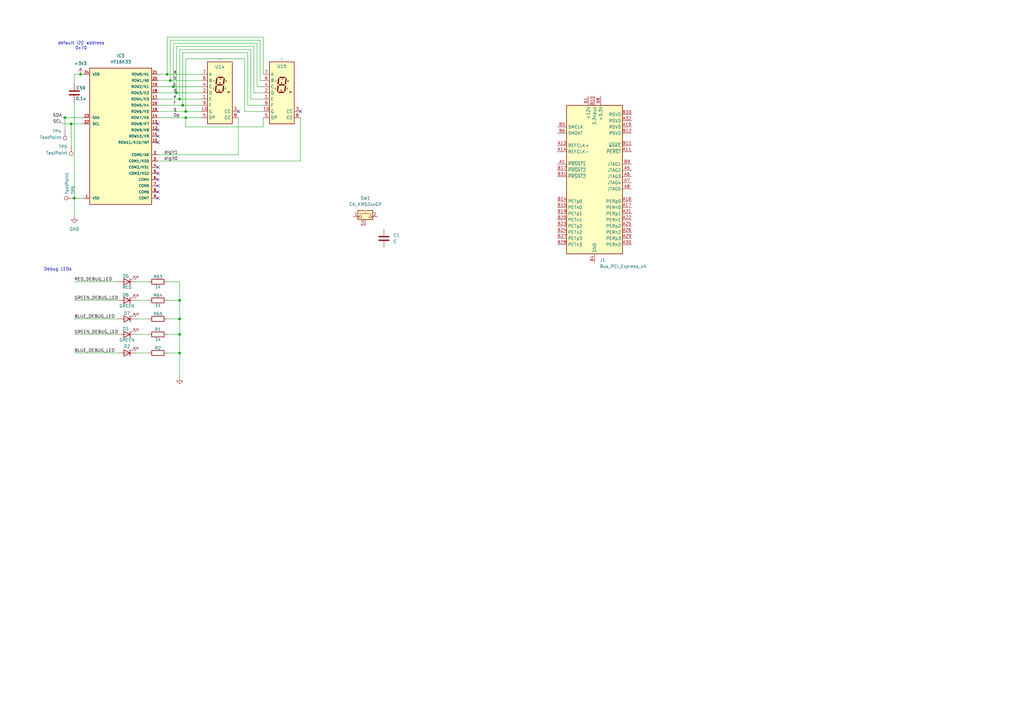
<source format=kicad_sch>
(kicad_sch (version 20250114) (generator "eeschema") (generator_version "9.0")
  (paper "A3")
  (lib_symbols
    (symbol "+3V3_1" (power) (pin_numbers (hide yes)) (pin_names (offset 0) (hide yes))
      (property "Value" "+3V3" (at 0 3.556 0))
      (symbol "+3V3_1_0_1"
        (polyline (pts (xy -0.762 1.27) (xy 0 2.54)))
        (polyline (pts (xy 0 2.54) (xy 0.762 1.27)))
        (polyline (pts (xy 0 0) (xy 0 2.54)))
      )
      (symbol "+3V3_1_1_1"
        (pin power_in line (at 0 0 90) (length 0) (name "~") (number "1"))
      )
    )
    (symbol "Connector:Bus_PCI_Express_x4"
      (property "Reference" "J" (at -8.89 33.02 0))
      (property "Value" "Bus_PCI_Express_x4" (at 12.7 33.02 0))
      (symbol "Bus_PCI_Express_x4_0_1"
        (rectangle (start -11.43 31.75) (end 11.43 -29.21) (stroke (width 0.254)) (fill (type background)))
      )
      (symbol "Bus_PCI_Express_x4_1_1"
        (pin input line (at -15.24 22.86 0) (length 3.81) (name "SMCLK") (number "B5"))
        (pin bidirectional line (at -15.24 20.32 0) (length 3.81) (name "SMDAT") (number "B6"))
        (pin input line (at -15.24 15.24 0) (length 3.81) (name "REFCLK+") (number "A13"))
        (pin input line (at -15.24 12.7 0) (length 3.81) (name "REFCLK-") (number "A14"))
        (pin passive line (at -15.24 7.62 0) (length 3.81) (name "~{PRSNT1}") (number "A1"))
        (pin passive line (at -15.24 5.08 0) (length 3.81) (name "~{PRSNT2}") (number "B17"))
        (pin passive line (at -15.24 2.54 0) (length 3.81) (name "~{PRSNT2}") (number "B31"))
        (pin input line (at -15.24 -7.62 0) (length 3.81) (name "PETp0") (number "B14"))
        (pin input line (at -15.24 -10.16 0) (length 3.81) (name "PETn0") (number "B15"))
        (pin input line (at -15.24 -12.7 0) (length 3.81) (name "PETp1") (number "B19"))
        (pin input line (at -15.24 -15.24 0) (length 3.81) (name "PETn1") (number "B20"))
        (pin input line (at -15.24 -17.78 0) (length 3.81) (name "PETp2") (number "B23"))
        (pin input line (at -15.24 -20.32 0) (length 3.81) (name "PETn2") (number "B24"))
        (pin input line (at -15.24 -22.86 0) (length 3.81) (name "PETp3") (number "B27"))
        (pin input line (at -15.24 -25.4 0) (length 3.81) (name "PETn3") (number "B28"))
        (pin passive line (at -2.54 35.56 270) (length 3.81) (hide yes) (name "+12V") (number "A2"))
        (pin passive line (at -2.54 35.56 270) (length 3.81) (hide yes) (name "+12V") (number "A3"))
        (pin power_in line (at -2.54 35.56 270) (length 3.81) (name "+12V") (number "B1"))
        (pin passive line (at -2.54 35.56 270) (length 3.81) (hide yes) (name "+12V") (number "B2"))
        (pin passive line (at -2.54 35.56 270) (length 3.81) (hide yes) (name "+12V") (number "B3"))
        (pin power_in line (at 0 35.56 270) (length 3.81) (name "3.3Vaux") (number "B10"))
        (pin passive line (at 0 -33.02 90) (length 3.81) (hide yes) (name "GND") (number "A12"))
        (pin passive line (at 0 -33.02 90) (length 3.81) (hide yes) (name "GND") (number "A15"))
        (pin passive line (at 0 -33.02 90) (length 3.81) (hide yes) (name "GND") (number "A18"))
        (pin passive line (at 0 -33.02 90) (length 3.81) (hide yes) (name "GND") (number "A20"))
        (pin passive line (at 0 -33.02 90) (length 3.81) (hide yes) (name "GND") (number "A23"))
        (pin passive line (at 0 -33.02 90) (length 3.81) (hide yes) (name "GND") (number "A24"))
        (pin passive line (at 0 -33.02 90) (length 3.81) (hide yes) (name "GND") (number "A27"))
        (pin passive line (at 0 -33.02 90) (length 3.81) (hide yes) (name "GND") (number "A28"))
        (pin passive line (at 0 -33.02 90) (length 3.81) (hide yes) (name "GND") (number "A31"))
        (pin passive line (at 0 -33.02 90) (length 3.81) (hide yes) (name "GND") (number "A4"))
        (pin passive line (at 0 -33.02 90) (length 3.81) (hide yes) (name "GND") (number "B13"))
        (pin passive line (at 0 -33.02 90) (length 3.81) (hide yes) (name "GND") (number "B16"))
        (pin passive line (at 0 -33.02 90) (length 3.81) (hide yes) (name "GND") (number "B18"))
        (pin passive line (at 0 -33.02 90) (length 3.81) (hide yes) (name "GND") (number "B21"))
        (pin passive line (at 0 -33.02 90) (length 3.81) (hide yes) (name "GND") (number "B22"))
        (pin passive line (at 0 -33.02 90) (length 3.81) (hide yes) (name "GND") (number "B25"))
        (pin passive line (at 0 -33.02 90) (length 3.81) (hide yes) (name "GND") (number "B26"))
        (pin passive line (at 0 -33.02 90) (length 3.81) (hide yes) (name "GND") (number "B29"))
        (pin passive line (at 0 -33.02 90) (length 3.81) (hide yes) (name "GND") (number "B32"))
        (pin power_in line (at 0 -33.02 90) (length 3.81) (name "GND") (number "B4"))
        (pin passive line (at 0 -33.02 90) (length 3.81) (hide yes) (name "GND") (number "B7"))
        (pin passive line (at 2.54 35.56 270) (length 3.81) (hide yes) (name "+3.3V") (number "A10"))
        (pin passive line (at 2.54 35.56 270) (length 3.81) (hide yes) (name "+3.3V") (number "A9"))
        (pin power_in line (at 2.54 35.56 270) (length 3.81) (name "+3.3V") (number "B8"))
        (pin passive line (at 15.24 27.94 180) (length 3.81) (name "RSVD") (number "B30"))
        (pin passive line (at 15.24 25.4 180) (length 3.81) (name "RSVD") (number "A32"))
        (pin passive line (at 15.24 22.86 180) (length 3.81) (name "RSVD") (number "A19"))
        (pin passive line (at 15.24 20.32 180) (length 3.81) (name "RSVD") (number "B12"))
        (pin open_collector line (at 15.24 15.24 180) (length 3.81) (name "~{WAKE}") (number "B11"))
        (pin input line (at 15.24 12.7 180) (length 3.81) (name "~{PERST}") (number "A11"))
        (pin input line (at 15.24 7.62 180) (length 3.81) (name "JTAG1") (number "B9"))
        (pin input line (at 15.24 5.08 180) (length 3.81) (name "JTAG2") (number "A5"))
        (pin input line (at 15.24 2.54 180) (length 3.81) (name "JTAG3") (number "A6"))
        (pin output line (at 15.24 0 180) (length 3.81) (name "JTAG4") (number "A7"))
        (pin input line (at 15.24 -2.54 180) (length 3.81) (name "JTAG5") (number "A8"))
        (pin output line (at 15.24 -7.62 180) (length 3.81) (name "PERp0") (number "A16"))
        (pin output line (at 15.24 -10.16 180) (length 3.81) (name "PERn0") (number "A17"))
        (pin output line (at 15.24 -12.7 180) (length 3.81) (name "PERp1") (number "A21"))
        (pin output line (at 15.24 -15.24 180) (length 3.81) (name "PERn1") (number "A22"))
        (pin output line (at 15.24 -17.78 180) (length 3.81) (name "PERp2") (number "A25"))
        (pin output line (at 15.24 -20.32 180) (length 3.81) (name "PERn2") (number "A26"))
        (pin output line (at 15.24 -22.86 180) (length 3.81) (name "PERp3") (number "A29"))
        (pin output line (at 15.24 -25.4 180) (length 3.81) (name "PERn3") (number "A30"))
      )
    )
    (symbol "Connector:TestPoint" (pin_numbers (hide yes)) (pin_names (offset 0.762) (hide yes))
      (property "Reference" "TP" (at 0 6.858 0))
      (property "Value" "TestPoint" (at 0 5.08 0))
      (symbol "TestPoint_0_1"
        (circle (center 0 3.302) (radius 0.762))
      )
      (symbol "TestPoint_1_1"
        (pin passive line (at 0 0 90) (length 2.54) (name "1") (number "1"))
      )
    )
    (symbol "Device:C" (pin_numbers (hide yes)) (pin_names (offset 0.254))
      (property "Reference" "C" (at 0.635 2.54 0))
      (property "Value" "C" (at 0.635 -2.54 0))
      (symbol "C_0_1"
        (polyline (pts (xy -2.032 0.762) (xy 2.032 0.762)) (stroke (width 0.508)))
        (polyline (pts (xy -2.032 -0.762) (xy 2.032 -0.762)) (stroke (width 0.508)))
      )
      (symbol "C_1_1"
        (pin passive line (at 0 3.81 270) (length 2.794) (name "~") (number "1"))
        (pin passive line (at 0 -3.81 90) (length 2.794) (name "~") (number "2"))
      )
    )
    (symbol "Device:R" (pin_numbers (hide yes)) (pin_names (offset 0))
      (property "Reference" "R" (at 2.032 0 90))
      (property "Value" "R" (at 0 0 90))
      (symbol "R_0_1"
        (rectangle (start -1.016 -2.54) (end 1.016 2.54) (stroke (width 0.254)))
      )
      (symbol "R_1_1"
        (pin passive line (at 0 3.81 270) (length 1.27) (name "~") (number "1"))
        (pin passive line (at 0 -3.81 90) (length 1.27) (name "~") (number "2"))
      )
    )
    (symbol "LED_1" (pin_numbers (hide yes)) (pin_names (offset 1.016) (hide yes))
      (property "Reference" "D" (at 0 2.54 0))
      (property "Value" "LED" (at 0 -2.54 0))
      (symbol "LED_1_0_1"
        (polyline (pts (xy -3.048 -0.762) (xy -4.572 -2.286) (xy -3.81 -2.286) (xy -4.572 -2.286) (xy -4.572 -1.524)))
        (polyline (pts (xy -1.778 -0.762) (xy -3.302 -2.286) (xy -2.54 -2.286) (xy -3.302 -2.286) (xy -3.302 -1.524)))
        (polyline (pts (xy -1.27 0) (xy 1.27 0)))
        (polyline (pts (xy -1.27 -1.27) (xy -1.27 1.27)) (stroke (width 0.254)))
        (polyline (pts (xy 1.27 -1.27) (xy 1.27 1.27) (xy -1.27 0) (xy 1.27 -1.27)) (stroke (width 0.254)))
      )
      (symbol "LED_1_1_1"
        (pin passive line (at -3.81 0 0) (length 2.54) (name "K") (number "1"))
        (pin passive line (at 3.81 0 180) (length 2.54) (name "A") (number "2"))
      )
    )
    (symbol "SUFST:Generic_7_segment"
      (property "Reference" "U" (at 0 18.034 0))
      (symbol "Generic_7_segment_0_0"
        (text "E" (at -2.54 5.588 0) (effects (font (size 0.508 0.508))))
        (text "F" (at -2.286 8.636 0) (effects (font (size 0.508 0.508))))
        (text "D" (at -0.254 4.826 0) (effects (font (size 0.508 0.508))))
        (text "G" (at 0 7.874 0) (effects (font (size 0.508 0.508))))
        (text "A" (at 0.254 9.398 0) (effects (font (size 0.508 0.508))))
        (text "C" (at 2.286 5.588 0) (effects (font (size 0.508 0.508))))
        (text "B" (at 2.54 8.636 0) (effects (font (size 0.508 0.508))))
        (text "DP" (at 3.556 4.064 0) (effects (font (size 0.508 0.508))))
      )
      (symbol "Generic_7_segment_0_1"
        (rectangle (start -5.08 16.51) (end 5.08 -8.89) (stroke (width 0.254)) (fill (type background)))
        (polyline (pts (xy -1.524 6.604) (xy -1.778 4.572)) (stroke (width 0.508)))
        (polyline (pts (xy -1.27 9.652) (xy -1.524 7.62)) (stroke (width 0.508)))
        (polyline (pts (xy -1.27 4.064) (xy 0.762 4.064)) (stroke (width 0.508)))
        (polyline (pts (xy -1.016 7.112) (xy 1.016 7.112)) (stroke (width 0.508)))
        (polyline (pts (xy -0.762 10.16) (xy 1.27 10.16)) (stroke (width 0.508)))
        (polyline (pts (xy 1.524 6.604) (xy 1.27 4.572)) (stroke (width 0.508)))
        (polyline (pts (xy 1.778 9.652) (xy 1.524 7.62)) (stroke (width 0.508)))
        (polyline (pts (xy 2.54 4.064) (xy 2.54 4.064)) (stroke (width 0.508)))
      )
      (symbol "Generic_7_segment_1_1"
        (pin input line (at -7.62 11.43 0) (length 2.54) (name "A") (number "7"))
        (pin input line (at -7.62 8.89 0) (length 2.54) (name "B") (number "6"))
        (pin input line (at -7.62 6.35 0) (length 2.54) (name "C") (number "4"))
        (pin input line (at -7.62 3.81 0) (length 2.54) (name "D") (number "2"))
        (pin input line (at -7.62 1.27 0) (length 2.54) (name "E") (number "1"))
        (pin input line (at -7.62 -1.27 0) (length 2.54) (name "F") (number "9"))
        (pin input line (at -7.62 -3.81 0) (length 2.54) (name "G") (number "10"))
        (pin input line (at -7.62 -6.35 0) (length 2.54) (name "DP") (number "5"))
        (pin input line (at 7.62 -3.81 180) (length 2.54) (name "CC") (number "3"))
        (pin input line (at 7.62 -6.35 180) (length 2.54) (name "CC") (number "8"))
      )
    )
    (symbol "SUFST:HT16K33" (pin_names (offset 1.016))
      (property "Reference" "IC" (at -12.7 27.94 0))
      (symbol "HT16K33_0_0"
        (rectangle (start -12.7 -27.94) (end 12.7 27.94) (stroke (width 0.254)) (fill (type background)))
        (pin power_in line (at -15.24 25.4 0) (length 2.54) (name "VDD") (number "24"))
        (pin bidirectional line (at -15.24 7.62 0) (length 2.54) (name "SDA") (number "23"))
        (pin bidirectional line (at -15.24 5.08 0) (length 2.54) (name "SCL") (number "22"))
        (pin bidirectional line (at -15.24 -25.4 0) (length 2.54) (name "VSS") (number "1"))
        (pin bidirectional line (at 15.24 25.4 180) (length 2.54) (name "ROW0/A1") (number "21"))
        (pin bidirectional line (at 15.24 22.86 180) (length 2.54) (name "ROW1/A0") (number "20"))
        (pin bidirectional line (at 15.24 20.32 180) (length 2.54) (name "ROW2/K1") (number "19"))
        (pin bidirectional line (at 15.24 17.78 180) (length 2.54) (name "ROW3/K2") (number "18"))
        (pin bidirectional line (at 15.24 15.24 180) (length 2.54) (name "ROW4/K3") (number "17"))
        (pin bidirectional line (at 15.24 12.7 180) (length 2.54) (name "ROW5/K4") (number "16"))
        (pin bidirectional line (at 15.24 10.16 180) (length 2.54) (name "ROW6/K5") (number "15"))
        (pin bidirectional line (at 15.24 7.62 180) (length 2.54) (name "ROW7/K6") (number "14"))
        (pin bidirectional line (at 15.24 5.08 180) (length 2.54) (name "ROW8/K7") (number "13"))
        (pin bidirectional line (at 15.24 2.54 180) (length 2.54) (name "ROW9/K8") (number "12"))
        (pin bidirectional line (at 15.24 0 180) (length 2.54) (name "ROW10/K9") (number "11"))
        (pin bidirectional line (at 15.24 -2.54 180) (length 2.54) (name "ROW11/K10/INT") (number "10"))
        (pin bidirectional line (at 15.24 -7.62 180) (length 2.54) (name "COM0/AD") (number "2"))
        (pin bidirectional line (at 15.24 -10.16 180) (length 2.54) (name "COM1/KS0") (number "3"))
        (pin bidirectional line (at 15.24 -12.7 180) (length 2.54) (name "COM2/KS1") (number "4"))
        (pin bidirectional line (at 15.24 -15.24 180) (length 2.54) (name "COM3/KS2") (number "5"))
        (pin bidirectional line (at 15.24 -17.78 180) (length 2.54) (name "COM4") (number "6"))
        (pin bidirectional line (at 15.24 -20.32 180) (length 2.54) (name "COM5") (number "7"))
        (pin bidirectional line (at 15.24 -22.86 180) (length 2.54) (name "COM6") (number "8"))
        (pin bidirectional line (at 15.24 -25.4 180) (length 2.54) (name "COM7") (number "9"))
      )
    )
    (symbol "Switch:CK_KMS2xxGP" (pin_names (offset 1.016) (hide yes))
      (property "Reference" "SW" (at 4.318 2.032 0))
      (property "Value" "CK_KMS2xxGP" (at 0 4.572 0))
      (symbol "CK_KMS2xxGP_0_1"
        (circle (center -2.032 0) (radius 0.508))
        (polyline (pts (xy 0 1.27) (xy 0 3.048)))
        (polyline (pts (xy 0.508 2.54) (xy 3.048 2.54) (xy 3.048 -1.143) (xy -3.048 -1.143) (xy -3.048 2.54) (xy -0.508 2.54)) (stroke (width -0.0254)))
        (polyline (pts (xy 0.508 2.54) (xy 3.048 2.54) (xy 3.048 -1.143) (xy -3.048 -1.143) (xy -3.048 2.54) (xy -0.508 2.54)) (stroke (width 0.254)))
        (circle (center 2.032 0) (radius 0.508))
        (polyline (pts (xy 2.54 1.27) (xy -2.54 1.27)))
        (pin passive line (at -5.08 0 0) (length 2.54) (name "1") (number "1"))
        (pin passive line (at 5.08 0 180) (length 2.54) (name "2") (number "2"))
      )
      (symbol "CK_KMS2xxGP_1_1"
        (rectangle (start -3.048 2.54) (end 3.048 -1.27) (stroke (width -0.0254)) (fill (type background)))
        (pin passive line (at 0 -3.81 90) (length 2.54) (name "B") (number "SH"))
      )
    )
    (symbol "power:GND" (power) (pin_names (offset 0))
      (property "Value" "GND" (at 0 -3.81 0))
      (symbol "GND_0_1"
        (polyline (pts (xy 0 0) (xy 0 -1.27) (xy 1.27 -1.27) (xy 0 -2.54) (xy -1.27 -1.27) (xy 0 -1.27)))
      )
      (symbol "GND_1_1"
        (pin power_in line (at 0 0 270) (length 0) (hide yes) (name "GND") (number "1"))
      )
    )
  )
  (text "Debug LEDs" (at 18.034 111.252 0) (effects (font (size 1.27 1.27)) (justify left bottom)))
  (text "default I2C address\n0x70" (at 33.274 18.796 0) (effects (font (size 1.27 1.27))))
  (junction (at 72.39 38.1))
  (junction (at 74.93 43.18))
  (junction (at 73.66 123.19))
  (junction (at 30.48 81.28))
  (junction (at 71.12 35.56))
  (junction (at 76.2 45.72))
  (junction (at 73.66 137.16))
  (junction (at 73.66 40.64))
  (junction (at 73.66 144.78))
  (junction (at 73.66 130.81))
  (junction (at 69.85 33.02))
  (junction (at 76.2 48.26))
  (junction (at 26.67 48.26))
  (junction (at 68.58 30.48))
  (junction (at 29.21 50.8))
  (junction (at 33.02 30.48))
  (no_connect (at 64.77 50.8))
  (no_connect (at 64.77 76.2))
  (no_connect (at 64.77 81.28))
  (no_connect (at 64.77 78.74))
  (no_connect (at 64.77 68.58))
  (no_connect (at 64.77 73.66))
  (no_connect (at 64.77 53.34))
  (no_connect (at 64.77 55.88))
  (no_connect (at 64.77 71.12))
  (no_connect (at 97.79 45.72))
  (no_connect (at 123.19 45.72))
  (no_connect (at 64.77 58.42))
  (wire (pts (xy 107.95 15.24) (xy 107.95 30.48)))
  (wire (pts (xy 107.95 48.26) (xy 107.95 52.07)))
  (wire (pts (xy 68.58 130.81) (xy 73.66 130.81)))
  (wire (pts (xy 64.77 35.56) (xy 71.12 35.56)))
  (wire (pts (xy 68.58 15.24) (xy 107.95 15.24)))
  (wire (pts (xy 76.2 48.26) (xy 76.2 52.07)))
  (wire (pts (xy 72.39 19.05) (xy 72.39 38.1)))
  (wire (pts (xy 73.66 40.64) (xy 82.55 40.64)))
  (wire (pts (xy 30.48 41.91) (xy 30.48 81.28)))
  (wire (pts (xy 55.88 137.16) (xy 60.96 137.16)))
  (wire (pts (xy 106.68 33.02) (xy 106.68 16.51)))
  (wire (pts (xy 68.58 123.19) (xy 73.66 123.19)))
  (wire (pts (xy 64.77 45.72) (xy 76.2 45.72)))
  (wire (pts (xy 64.77 30.48) (xy 68.58 30.48)))
  (wire (pts (xy 71.12 35.56) (xy 82.55 35.56)))
  (wire (pts (xy 106.68 16.51) (xy 69.85 16.51)))
  (wire (pts (xy 64.77 66.04) (xy 123.19 66.04)))
  (wire (pts (xy 29.21 50.8) (xy 34.29 50.8)))
  (wire (pts (xy 102.87 40.64) (xy 102.87 20.32)))
  (wire (pts (xy 68.58 30.48) (xy 82.55 30.48)))
  (wire (pts (xy 104.14 38.1) (xy 104.14 19.05)))
  (wire (pts (xy 64.77 40.64) (xy 73.66 40.64)))
  (wire (pts (xy 107.95 40.64) (xy 102.87 40.64)))
  (wire (pts (xy 107.95 33.02) (xy 106.68 33.02)))
  (wire (pts (xy 30.48 144.78) (xy 48.26 144.78)))
  (wire (pts (xy 123.19 66.04) (xy 123.19 48.26)))
  (wire (pts (xy 30.48 137.16) (xy 48.26 137.16)))
  (wire (pts (xy 102.87 20.32) (xy 73.66 20.32)))
  (wire (pts (xy 68.58 144.78) (xy 73.66 144.78)))
  (wire (pts (xy 30.48 130.81) (xy 48.26 130.81)))
  (wire (pts (xy 104.14 19.05) (xy 72.39 19.05)))
  (wire (pts (xy 97.79 63.5) (xy 97.79 48.26)))
  (wire (pts (xy 74.93 43.18) (xy 82.55 43.18)))
  (wire (pts (xy 69.85 16.51) (xy 69.85 33.02)))
  (wire (pts (xy 55.88 115.57) (xy 60.96 115.57)))
  (wire (pts (xy 73.66 123.19) (xy 73.66 130.81)))
  (wire (pts (xy 25.4 48.26) (xy 26.67 48.26)))
  (wire (pts (xy 30.48 123.19) (xy 48.26 123.19)))
  (wire (pts (xy 105.41 35.56) (xy 105.41 17.78)))
  (wire (pts (xy 55.88 144.78) (xy 60.96 144.78)))
  (wire (pts (xy 26.67 48.26) (xy 26.67 53.34)))
  (wire (pts (xy 68.58 137.16) (xy 73.66 137.16)))
  (wire (pts (xy 30.48 115.57) (xy 48.26 115.57)))
  (wire (pts (xy 30.48 30.48) (xy 30.48 34.29)))
  (wire (pts (xy 69.85 33.02) (xy 82.55 33.02)))
  (wire (pts (xy 30.48 30.48) (xy 33.02 30.48)))
  (wire (pts (xy 64.77 33.02) (xy 69.85 33.02)))
  (wire (pts (xy 101.6 21.59) (xy 74.93 21.59)))
  (wire (pts (xy 30.48 81.28) (xy 34.29 81.28)))
  (wire (pts (xy 73.66 144.78) (xy 73.66 154.94)))
  (wire (pts (xy 74.93 21.59) (xy 74.93 43.18)))
  (wire (pts (xy 30.48 81.28) (xy 30.48 88.9)))
  (wire (pts (xy 72.39 38.1) (xy 82.55 38.1)))
  (wire (pts (xy 73.66 137.16) (xy 73.66 144.78)))
  (wire (pts (xy 33.02 30.48) (xy 34.29 30.48)))
  (wire (pts (xy 73.66 115.57) (xy 73.66 123.19)))
  (wire (pts (xy 105.41 17.78) (xy 71.12 17.78)))
  (wire (pts (xy 25.4 50.8) (xy 29.21 50.8)))
  (wire (pts (xy 101.6 43.18) (xy 101.6 21.59)))
  (wire (pts (xy 64.77 63.5) (xy 97.79 63.5)))
  (wire (pts (xy 29.21 50.8) (xy 29.21 59.69)))
  (wire (pts (xy 73.66 20.32) (xy 73.66 40.64)))
  (wire (pts (xy 55.88 123.19) (xy 60.96 123.19)))
  (wire (pts (xy 64.77 43.18) (xy 74.93 43.18)))
  (wire (pts (xy 64.77 38.1) (xy 72.39 38.1)))
  (wire (pts (xy 76.2 24.13) (xy 76.2 45.72)))
  (wire (pts (xy 71.12 17.78) (xy 71.12 35.56)))
  (wire (pts (xy 68.58 15.24) (xy 68.58 30.48)))
  (wire (pts (xy 100.33 45.72) (xy 100.33 24.13)))
  (wire (pts (xy 107.95 35.56) (xy 105.41 35.56)))
  (wire (pts (xy 100.33 24.13) (xy 76.2 24.13)))
  (wire (pts (xy 107.95 52.07) (xy 76.2 52.07)))
  (wire (pts (xy 73.66 130.81) (xy 73.66 137.16)))
  (wire (pts (xy 76.2 45.72) (xy 82.55 45.72)))
  (wire (pts (xy 107.95 38.1) (xy 104.14 38.1)))
  (wire (pts (xy 55.88 130.81) (xy 60.96 130.81)))
  (wire (pts (xy 76.2 48.26) (xy 82.55 48.26)))
  (wire (pts (xy 107.95 45.72) (xy 100.33 45.72)))
  (wire (pts (xy 68.58 115.57) (xy 73.66 115.57)))
  (wire (pts (xy 64.77 48.26) (xy 76.2 48.26)))
  (wire (pts (xy 107.95 43.18) (xy 101.6 43.18)))
  (wire (pts (xy 26.67 48.26) (xy 34.29 48.26)))
  (label "BLUE_DEBUG_LED" (at 30.48 144.78 0))
  (label "RED_DEBUG_LED" (at 30.48 115.57 0))
  (label "GREEN_DEBUG_LED" (at 30.48 137.16 0))
  (label "SCL" (at 25.4 50.8 180))
  (label "b" (at 71.12 33.02 0))
  (label "Dp" (at 71.12 48.26 0))
  (label "a" (at 71.12 30.48 0))
  (label "SDA" (at 25.4 48.26 180))
  (label "g" (at 71.12 45.72 0))
  (label "BLUE_DEBUG_LED" (at 30.48 130.81 0))
  (label "digit0" (at 67.31 66.04 0))
  (label "d" (at 71.12 38.1 0))
  (label "c" (at 71.12 35.56 0))
  (label "e" (at 71.12 40.64 0))
  (label "digit1" (at 67.31 63.5 0))
  (label "f" (at 71.12 43.18 0))
  (label "GREEN_DEBUG_LED" (at 30.48 123.19 0))
  (symbol (lib_name "LED_1") (lib_id "Device:LED") (at 52.07 144.78 180) (unit 1)
    (property "Reference" "D2" (at 52.07 141.986 0))
    (property "Value" "BLUE" (effects (hide yes)))
    (property "Description" "Light emitting diode" (effects (hide yes)))
    (property "Sim.Pins" "1=K 2=A" (effects (hide yes)))
  )
  (symbol (lib_id "SUFST:Generic_7_segment") (at 90.17 41.91 0) (unit 1)
    (property "Reference" "U14" (at 90.17 27.432 0))
    (property "Value" "~" (at 90.17 24.13 0))
    (property "Footprint" "SUFST:LDSC303RI" (effects (hide yes)))
  )
  (symbol (lib_id "Device:R") (at 64.77 115.57 90) (unit 1)
    (property "Reference" "R63" (at 64.77 113.538 90))
    (property "Value" "1k" (at 64.77 117.602 90))
    (property "Description" "Resistor" (effects (hide yes)))
  )
  (symbol (lib_id "power:GND") (at 30.48 88.9 0) (unit 1)
    (property "Reference" "#PWR067" (effects (hide yes)))
    (property "Value" "GND" (at 30.48 93.98 0))
    (property "Description" "Power symbol creates a global label with name \"GND\" , ground" (effects (hide yes)))
  )
  (symbol (lib_id "Connector:Bus_PCI_Express_x4") (at 243.84 74.93 0) (unit 1)
    (property "Reference" "J1" (at 245.9833 106.68 0) (effects (justify left)))
    (property "Value" "Bus_PCI_Express_x4" (at 245.9833 109.22 0) (effects (justify left)))
    (property "Footprint" "Connector_PCBEdge:BUS_PCIexpress_x4" (effects (hide yes)))
    (property "Datasheet" "http://www.ritrontek.com/uploadfile/2016/1026/20161026105231124.pdf#page=63" (effects (hide yes)))
    (property "Description" "PCI Express bus connector x4" (effects (hide yes)))
  )
  (symbol (lib_name "+3V3_1") (lib_id "power:+3V3") (at 33.02 30.48 0) (unit 1)
    (property "Reference" "#PWR069" (effects (hide yes)))
    (property "Value" "+3V3" (at 33.02 26.035 0))
    (property "Description" "Power symbol creates a global label with name \"+3V3\"" (effects (hide yes)))
  )
  (symbol (lib_id "Device:R") (at 64.77 144.78 90) (unit 1)
    (property "Reference" "R2" (at 64.77 142.748 90))
    (property "Value" "1k" (effects (hide yes)))
    (property "Description" "Resistor" (effects (hide yes)))
  )
  (symbol (lib_id "Device:R") (at 64.77 123.19 90) (unit 1)
    (property "Reference" "R64" (at 64.77 121.158 90))
    (property "Value" "1k" (at 64.77 125.222 90))
    (property "Description" "Resistor" (effects (hide yes)))
  )
  (symbol (lib_id "Switch:CK_KMS2xxGP") (at 149.86 88.9 0) (unit 1)
    (property "Reference" "SW1" (at 149.86 81.28 0))
    (property "Value" "CK_KMS2xxGP" (at 149.86 83.82 0))
    (property "Footprint" "Button_Switch_SMD:SW_SPST_CK_KMS2xxGP" (effects (hide yes)))
    (property "Datasheet" "https://www.ckswitches.com/media/1482/kms.pdf" (effects (hide yes)))
    (property "Description" "Microminiature SMT Side Actuated, 4.2 x 2.8 x 1.42mm, with pegs, with shield pin" (effects (hide yes)))
  )
  (symbol (lib_id "Connector:TestPoint") (at 26.67 53.34 180) (unit 1)
    (property "Reference" "TP4" (at 25.146 53.848 0) (effects (justify left)))
    (property "Value" "TestPoint" (at 25.146 56.388 0) (effects (justify left)))
    (property "Footprint" "TestPoint:TestPoint_THTPad_D2.5mm_Drill1.2mm" (effects (hide yes)))
    (property "Description" "test point" (effects (hide yes)))
  )
  (symbol (lib_id "Device:C") (at 30.48 38.1 0) (unit 1)
    (property "Reference" "C59" (at 31.242 36.068 0) (effects (justify left)))
    (property "Value" "0.1u" (at 30.988 40.386 0) (effects (justify left)))
    (property "Footprint" "Capacitor_SMD:C_0805_2012Metric_Pad1.18x1.45mm_HandSolder" (effects (hide yes)))
  )
  (symbol (lib_id "Device:C") (at 157.48 97.79 0) (unit 1)
    (property "Reference" "C1" (at 161.29 96.5199 0) (effects (justify left)))
    (property "Value" "C" (at 161.29 99.0599 0) (effects (justify left)))
    (property "Description" "Unpolarized capacitor" (effects (hide yes)))
  )
  (symbol (lib_name "LED_1") (lib_id "Device:LED") (at 52.07 123.19 180) (unit 1)
    (property "Reference" "D6" (at 51.562 120.904 0))
    (property "Value" "GREEN" (at 52.07 125.476 0))
    (property "Description" "Light emitting diode" (effects (hide yes)))
    (property "Sim.Pins" "1=K 2=A" (effects (hide yes)))
  )
  (symbol (lib_id "Connector:TestPoint") (at 29.21 59.69 180) (unit 1)
    (property "Reference" "TP5" (at 27.686 60.198 0) (effects (justify left)))
    (property "Value" "TestPoint" (at 27.686 62.738 0) (effects (justify left)))
    (property "Footprint" "TestPoint:TestPoint_THTPad_D2.5mm_Drill1.2mm" (effects (hide yes)))
    (property "Description" "test point" (effects (hide yes)))
  )
  (symbol (lib_name "LED_1") (lib_id "Device:LED") (at 52.07 115.57 180) (unit 1)
    (property "Reference" "D5" (at 51.562 113.284 0))
    (property "Value" "RED" (at 52.07 117.856 0))
    (property "Description" "Light emitting diode" (effects (hide yes)))
    (property "Sim.Pins" "1=K 2=A" (effects (hide yes)))
  )
  (symbol (lib_id "Connector:TestPoint") (at 30.48 81.28 90) (unit 1)
    (property "Reference" "TP5" (at 29.972 79.756 0) (effects (justify left)))
    (property "Value" "TestPoint" (at 27.432 79.756 0) (effects (justify left)))
    (property "Footprint" "TestPoint:TestPoint_THTPad_D2.5mm_Drill1.2mm" (effects (hide yes)))
    (property "Description" "test point" (effects (hide yes)))
  )
  (symbol (lib_id "Device:R") (at 64.77 130.81 90) (unit 1)
    (property "Reference" "R65" (at 64.77 128.778 90))
    (property "Value" "1k" (effects (hide yes)))
    (property "Description" "Resistor" (effects (hide yes)))
  )
  (symbol (lib_name "LED_1") (lib_id "Device:LED") (at 52.07 137.16 180) (unit 1)
    (property "Reference" "D1" (at 51.562 134.874 0))
    (property "Value" "GREEN" (at 52.07 139.446 0))
    (property "Description" "Light emitting diode" (effects (hide yes)))
    (property "Sim.Pins" "1=K 2=A" (effects (hide yes)))
  )
  (symbol (lib_id "power:GND") (at 73.66 154.94 0) (unit 1)
    (property "Reference" "#PWR068" (effects (hide yes)))
    (property "Value" "GND" (effects (hide yes)))
  )
  (symbol (lib_id "Device:R") (at 64.77 137.16 90) (unit 1)
    (property "Reference" "R1" (at 64.77 135.128 90))
    (property "Value" "1k" (at 64.77 139.192 90))
    (property "Description" "Resistor" (effects (hide yes)))
  )
  (symbol (lib_id "SUFST:Generic_7_segment") (at 115.57 41.91 0) (unit 1)
    (property "Reference" "U15" (at 115.57 27.178 0))
    (property "Value" "~" (at 115.57 24.13 0))
    (property "Footprint" "SUFST:LDSC303RI" (effects (hide yes)))
  )
  (symbol (lib_id "SUFST:HT16K33") (at 49.53 55.88 0) (unit 1)
    (property "Reference" "IC3" (at 49.53 22.86 0))
    (property "Value" "HT16K33" (at 49.53 25.4 0))
    (property "Footprint" "sufst-lib:HT16K33" (effects (hide yes)))
    (property "MF" "Adafruit Industries" (effects (hide yes)))
    (property "Description_1" "\n                        \n                            HT16K33 14-Segment 4-Digit Display Feather Platform Evaluation Expansion Board\n                        \n" (effects (hide yes)))
    (property "Package" "None" (effects (hide yes)))
    (property "Price" "None" (effects (hide yes)))
    (property "Check_prices" "https://www.snapeda.com/parts/HT16K33/Adafruit+Industries/view-part/?ref=eda" (effects (hide yes)))
    (property "VALUE" "HTK16K33" (effects (hide yes)))
    (property "SnapEDA_Link" "https://www.snapeda.com/parts/HT16K33/Adafruit+Industries/view-part/?ref=snap" (effects (hide yes)))
    (property "PROD_ID" "IC-14891" (effects (hide yes)))
    (property "Availability" "Not in stock" (effects (hide yes)))
    (property "MP" "HT16K33" (effects (hide yes)))
  )
  (symbol (lib_name "LED_1") (lib_id "Device:LED") (at 52.07 130.81 180) (unit 1)
    (property "Reference" "D7" (at 52.07 128.524 0))
    (property "Value" "BLUE" (effects (hide yes)))
    (property "Description" "Light emitting diode" (effects (hide yes)))
    (property "Sim.Pins" "1=K 2=A" (effects (hide yes)))
  )
)
</source>
